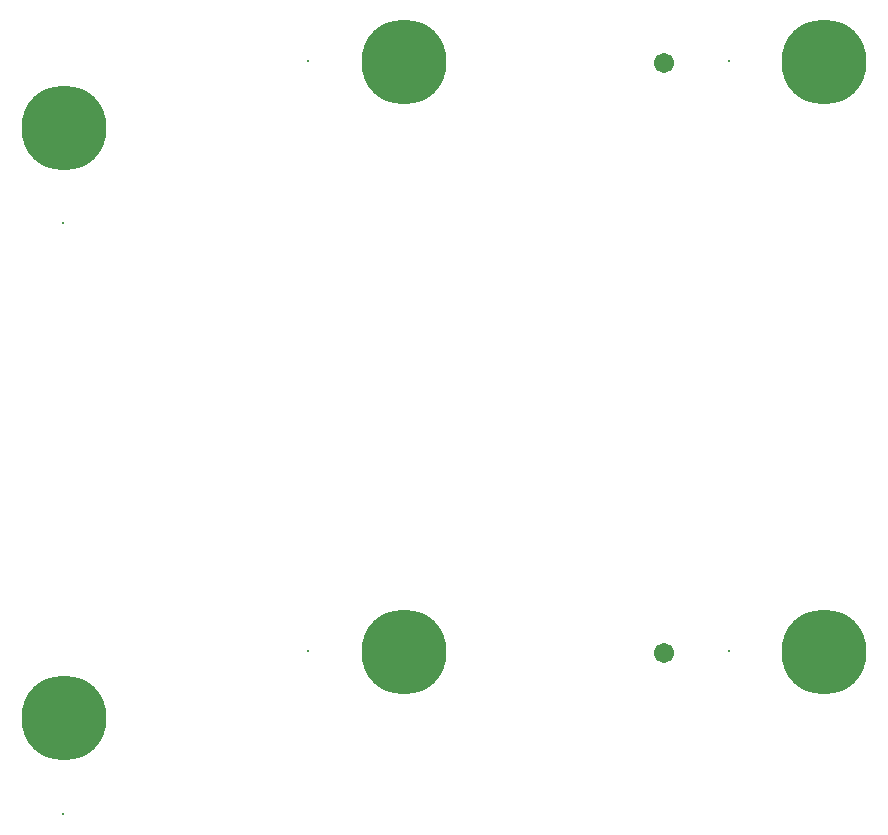
<source format=gts>
G04*
G04 #@! TF.GenerationSoftware,Altium Limited,Altium Designer,21.0.8 (223)*
G04*
G04 Layer_Color=8388736*
%FSLAX44Y44*%
%MOMM*%
G71*
G04*
G04 #@! TF.SameCoordinates,31EEA714-13B4-4420-B856-4EAA1F9135B5*
G04*
G04*
G04 #@! TF.FilePolarity,Negative*
G04*
G01*
G75*
%ADD30C,1.7032*%
%ADD31C,0.2032*%
%ADD32C,7.2032*%
D30*
X977390Y499180D02*
D03*
Y999180D02*
D03*
D31*
X1031890Y500680D02*
D03*
X675890Y500680D02*
D03*
X468000Y363000D02*
D03*
X1031890Y1000680D02*
D03*
X675890Y1000680D02*
D03*
X468000Y863000D02*
D03*
D32*
X1112890Y499680D02*
D03*
X756890Y499680D02*
D03*
X469000Y444000D02*
D03*
X1112890Y999680D02*
D03*
X756890Y999680D02*
D03*
X469000Y944000D02*
D03*
M02*

</source>
